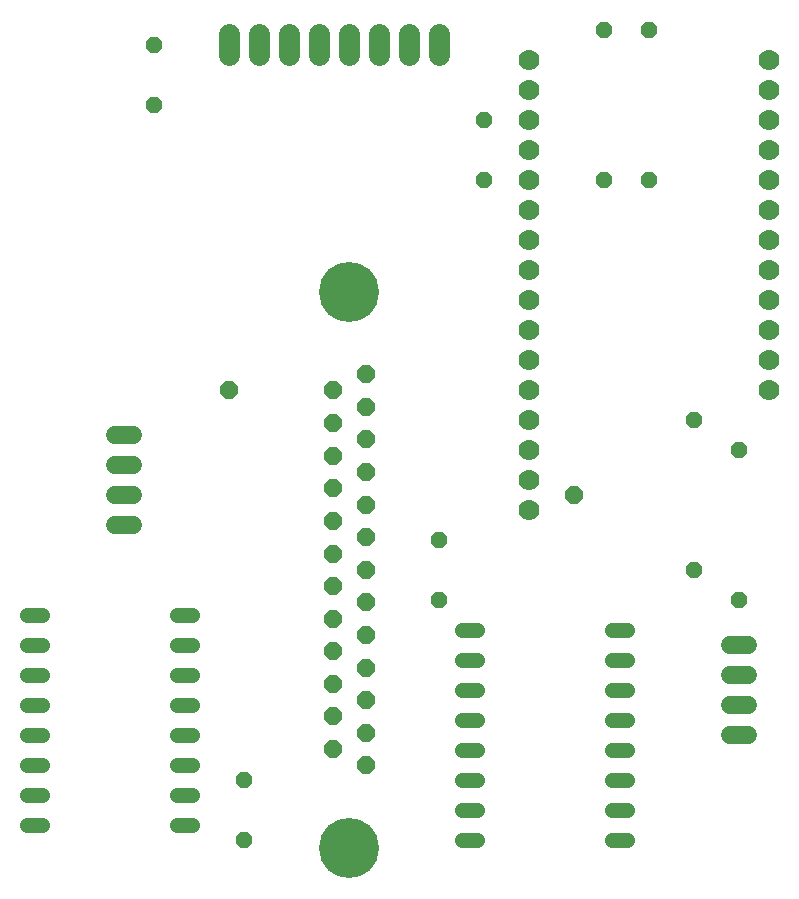
<source format=gbr>
G04 EAGLE Gerber RS-274X export*
G75*
%MOIN*%
%FSLAX34Y34*%
%LPD*%
%INTop Copper*%
%IPPOS*%
%AMOC8*
5,1,8,0,0,1.08239X$1,22.5*%
G01*
%ADD10P,0.064943X8X112.500000*%
%ADD11C,0.200000*%
%ADD12C,0.060000*%
%ADD13P,0.064262X8X22.500000*%
%ADD14P,0.064262X8X112.500000*%
%ADD15C,0.051496*%
%ADD16C,0.070000*%
%ADD17C,0.070000*%
%ADD18P,0.056284X8X112.500000*%
%ADD19P,0.056284X8X292.500000*%


D10*
X15060Y17020D03*
X15060Y15930D03*
X15060Y14850D03*
X15060Y13760D03*
X15060Y12670D03*
X15060Y11590D03*
X15060Y10500D03*
X15060Y9410D03*
X15060Y8330D03*
X15060Y7240D03*
X15060Y6150D03*
X15060Y5070D03*
X15060Y3980D03*
X13940Y16480D03*
X13940Y15390D03*
X13940Y14300D03*
X13940Y13220D03*
X13940Y12130D03*
X13940Y11040D03*
X13940Y9960D03*
X13940Y8870D03*
X13940Y7780D03*
X13940Y6700D03*
X13940Y5610D03*
X13940Y4520D03*
D11*
X14500Y1240D03*
X14500Y19760D03*
D12*
X7300Y12000D02*
X6700Y12000D01*
X6700Y13000D02*
X7300Y13000D01*
X7300Y14000D02*
X6700Y14000D01*
X6700Y15000D02*
X7300Y15000D01*
X27200Y8000D02*
X27800Y8000D01*
X27800Y7000D02*
X27200Y7000D01*
X27200Y6000D02*
X27800Y6000D01*
X27800Y5000D02*
X27200Y5000D01*
D13*
X22000Y13000D03*
D14*
X10500Y16500D03*
D15*
X4257Y2000D02*
X3743Y2000D01*
X3743Y3000D02*
X4257Y3000D01*
X4257Y4000D02*
X3743Y4000D01*
X3743Y5000D02*
X4257Y5000D01*
X4257Y6000D02*
X3743Y6000D01*
X3743Y7000D02*
X4257Y7000D01*
X4257Y8000D02*
X3743Y8000D01*
X3743Y9000D02*
X4257Y9000D01*
X8743Y9000D02*
X9257Y9000D01*
X9257Y8000D02*
X8743Y8000D01*
X8743Y7000D02*
X9257Y7000D01*
X9257Y6000D02*
X8743Y6000D01*
X8743Y5000D02*
X9257Y5000D01*
X9257Y4000D02*
X8743Y4000D01*
X8743Y3000D02*
X9257Y3000D01*
X9257Y2000D02*
X8743Y2000D01*
X23243Y8500D02*
X23757Y8500D01*
X23757Y7500D02*
X23243Y7500D01*
X23243Y6500D02*
X23757Y6500D01*
X23757Y5500D02*
X23243Y5500D01*
X23243Y4500D02*
X23757Y4500D01*
X23757Y3500D02*
X23243Y3500D01*
X23243Y2500D02*
X23757Y2500D01*
X23757Y1500D02*
X23243Y1500D01*
X18757Y1500D02*
X18243Y1500D01*
X18243Y2500D02*
X18757Y2500D01*
X18757Y3500D02*
X18243Y3500D01*
X18243Y4500D02*
X18757Y4500D01*
X18757Y5500D02*
X18243Y5500D01*
X18243Y6500D02*
X18757Y6500D01*
X18757Y7500D02*
X18243Y7500D01*
X18243Y8500D02*
X18757Y8500D01*
D16*
X13500Y27650D02*
X13500Y28350D01*
X14500Y28350D02*
X14500Y27650D01*
X12500Y27650D02*
X12500Y28350D01*
X11500Y28350D02*
X11500Y27650D01*
X10500Y27650D02*
X10500Y28350D01*
X15500Y28350D02*
X15500Y27650D01*
X16500Y27650D02*
X16500Y28350D01*
X17500Y28350D02*
X17500Y27650D01*
D17*
X20500Y12500D03*
X20500Y13500D03*
X20500Y14500D03*
X20500Y15500D03*
X20500Y16500D03*
X20500Y17500D03*
X20500Y18500D03*
X20500Y19500D03*
X20500Y20500D03*
X20500Y21500D03*
X20500Y22500D03*
X20500Y23500D03*
X20500Y24500D03*
X20500Y25500D03*
X20500Y26500D03*
X20500Y27500D03*
X28500Y27500D03*
X28500Y26500D03*
X28500Y25500D03*
X28500Y24500D03*
X28500Y23500D03*
X28500Y22500D03*
X28500Y21500D03*
X28500Y20500D03*
X28500Y19500D03*
X28500Y18500D03*
X28500Y17500D03*
X28500Y16500D03*
D18*
X23000Y23500D03*
X23000Y28500D03*
X24500Y23500D03*
X24500Y28500D03*
X27500Y9500D03*
X27500Y14500D03*
X26000Y10500D03*
X26000Y15500D03*
X11000Y1500D03*
X11000Y3500D03*
D19*
X17500Y11500D03*
X17500Y9500D03*
D18*
X19000Y23500D03*
X19000Y25500D03*
X8000Y26000D03*
X8000Y28000D03*
M02*

</source>
